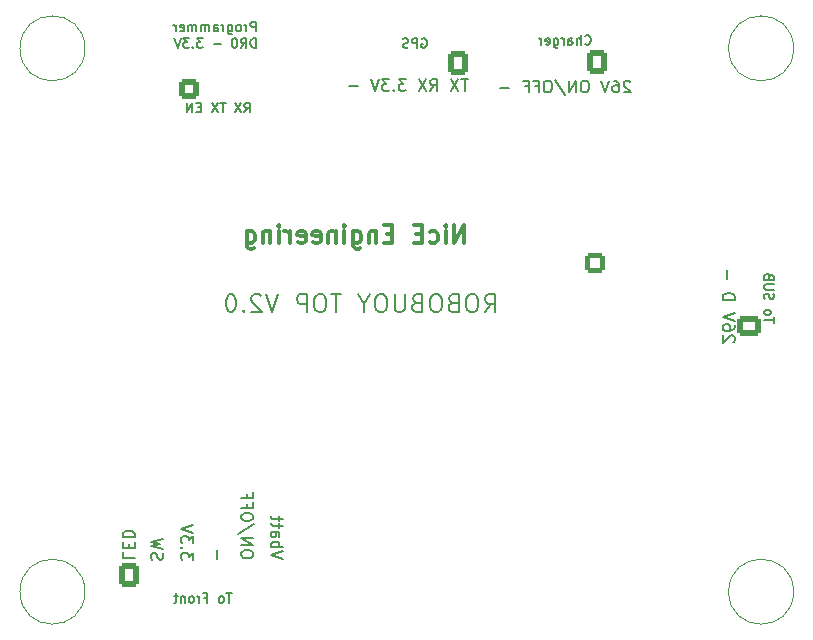
<source format=gbr>
%TF.GenerationSoftware,KiCad,Pcbnew,9.0.0-rc1*%
%TF.CreationDate,2025-03-28T12:21:10+01:00*%
%TF.ProjectId,Robobuoy-Top-Round-v2_0,526f626f-6275-46f7-992d-546f702d526f,rev?*%
%TF.SameCoordinates,Original*%
%TF.FileFunction,Legend,Bot*%
%TF.FilePolarity,Positive*%
%FSLAX46Y46*%
G04 Gerber Fmt 4.6, Leading zero omitted, Abs format (unit mm)*
G04 Created by KiCad (PCBNEW 9.0.0-rc1) date 2025-03-28 12:21:10*
%MOMM*%
%LPD*%
G01*
G04 APERTURE LIST*
G04 Aperture macros list*
%AMRoundRect*
0 Rectangle with rounded corners*
0 $1 Rounding radius*
0 $2 $3 $4 $5 $6 $7 $8 $9 X,Y pos of 4 corners*
0 Add a 4 corners polygon primitive as box body*
4,1,4,$2,$3,$4,$5,$6,$7,$8,$9,$2,$3,0*
0 Add four circle primitives for the rounded corners*
1,1,$1+$1,$2,$3*
1,1,$1+$1,$4,$5*
1,1,$1+$1,$6,$7*
1,1,$1+$1,$8,$9*
0 Add four rect primitives between the rounded corners*
20,1,$1+$1,$2,$3,$4,$5,0*
20,1,$1+$1,$4,$5,$6,$7,0*
20,1,$1+$1,$6,$7,$8,$9,0*
20,1,$1+$1,$8,$9,$2,$3,0*%
G04 Aperture macros list end*
%ADD10C,0.200000*%
%ADD11C,0.300000*%
%ADD12C,0.150000*%
%ADD13C,0.100000*%
%ADD14C,3.200000*%
%ADD15RoundRect,0.250000X0.600000X-0.600000X0.600000X0.600000X-0.600000X0.600000X-0.600000X-0.600000X0*%
%ADD16C,1.700000*%
%ADD17C,3.000000*%
%ADD18R,1.700000X1.700000*%
%ADD19O,1.700000X1.700000*%
%ADD20R,1.650000X1.650000*%
%ADD21RoundRect,0.250000X-0.600000X-0.725000X0.600000X-0.725000X0.600000X0.725000X-0.600000X0.725000X0*%
%ADD22O,1.700000X1.950000*%
%ADD23RoundRect,0.250000X0.725000X-0.600000X0.725000X0.600000X-0.725000X0.600000X-0.725000X-0.600000X0*%
%ADD24O,1.950000X1.700000*%
%ADD25RoundRect,0.250000X0.600000X0.725000X-0.600000X0.725000X-0.600000X-0.725000X0.600000X-0.725000X0*%
%ADD26RoundRect,0.206250X0.618750X-0.618750X0.618750X0.618750X-0.618750X0.618750X-0.618750X-0.618750X0*%
G04 APERTURE END LIST*
D10*
X11608136Y-1330028D02*
X12108136Y-615742D01*
X12465279Y-1330028D02*
X12465279Y169972D01*
X12465279Y169972D02*
X11893850Y169972D01*
X11893850Y169972D02*
X11750993Y98543D01*
X11750993Y98543D02*
X11679564Y27115D01*
X11679564Y27115D02*
X11608136Y-115742D01*
X11608136Y-115742D02*
X11608136Y-330028D01*
X11608136Y-330028D02*
X11679564Y-472885D01*
X11679564Y-472885D02*
X11750993Y-544314D01*
X11750993Y-544314D02*
X11893850Y-615742D01*
X11893850Y-615742D02*
X12465279Y-615742D01*
X10679564Y169972D02*
X10393850Y169972D01*
X10393850Y169972D02*
X10250993Y98543D01*
X10250993Y98543D02*
X10108136Y-44314D01*
X10108136Y-44314D02*
X10036707Y-330028D01*
X10036707Y-330028D02*
X10036707Y-830028D01*
X10036707Y-830028D02*
X10108136Y-1115742D01*
X10108136Y-1115742D02*
X10250993Y-1258600D01*
X10250993Y-1258600D02*
X10393850Y-1330028D01*
X10393850Y-1330028D02*
X10679564Y-1330028D01*
X10679564Y-1330028D02*
X10822422Y-1258600D01*
X10822422Y-1258600D02*
X10965279Y-1115742D01*
X10965279Y-1115742D02*
X11036707Y-830028D01*
X11036707Y-830028D02*
X11036707Y-330028D01*
X11036707Y-330028D02*
X10965279Y-44314D01*
X10965279Y-44314D02*
X10822422Y98543D01*
X10822422Y98543D02*
X10679564Y169972D01*
X8893850Y-544314D02*
X8679564Y-615742D01*
X8679564Y-615742D02*
X8608135Y-687171D01*
X8608135Y-687171D02*
X8536707Y-830028D01*
X8536707Y-830028D02*
X8536707Y-1044314D01*
X8536707Y-1044314D02*
X8608135Y-1187171D01*
X8608135Y-1187171D02*
X8679564Y-1258600D01*
X8679564Y-1258600D02*
X8822421Y-1330028D01*
X8822421Y-1330028D02*
X9393850Y-1330028D01*
X9393850Y-1330028D02*
X9393850Y169972D01*
X9393850Y169972D02*
X8893850Y169972D01*
X8893850Y169972D02*
X8750993Y98543D01*
X8750993Y98543D02*
X8679564Y27115D01*
X8679564Y27115D02*
X8608135Y-115742D01*
X8608135Y-115742D02*
X8608135Y-258600D01*
X8608135Y-258600D02*
X8679564Y-401457D01*
X8679564Y-401457D02*
X8750993Y-472885D01*
X8750993Y-472885D02*
X8893850Y-544314D01*
X8893850Y-544314D02*
X9393850Y-544314D01*
X7608135Y169972D02*
X7322421Y169972D01*
X7322421Y169972D02*
X7179564Y98543D01*
X7179564Y98543D02*
X7036707Y-44314D01*
X7036707Y-44314D02*
X6965278Y-330028D01*
X6965278Y-330028D02*
X6965278Y-830028D01*
X6965278Y-830028D02*
X7036707Y-1115742D01*
X7036707Y-1115742D02*
X7179564Y-1258600D01*
X7179564Y-1258600D02*
X7322421Y-1330028D01*
X7322421Y-1330028D02*
X7608135Y-1330028D01*
X7608135Y-1330028D02*
X7750993Y-1258600D01*
X7750993Y-1258600D02*
X7893850Y-1115742D01*
X7893850Y-1115742D02*
X7965278Y-830028D01*
X7965278Y-830028D02*
X7965278Y-330028D01*
X7965278Y-330028D02*
X7893850Y-44314D01*
X7893850Y-44314D02*
X7750993Y98543D01*
X7750993Y98543D02*
X7608135Y169972D01*
X5822421Y-544314D02*
X5608135Y-615742D01*
X5608135Y-615742D02*
X5536706Y-687171D01*
X5536706Y-687171D02*
X5465278Y-830028D01*
X5465278Y-830028D02*
X5465278Y-1044314D01*
X5465278Y-1044314D02*
X5536706Y-1187171D01*
X5536706Y-1187171D02*
X5608135Y-1258600D01*
X5608135Y-1258600D02*
X5750992Y-1330028D01*
X5750992Y-1330028D02*
X6322421Y-1330028D01*
X6322421Y-1330028D02*
X6322421Y169972D01*
X6322421Y169972D02*
X5822421Y169972D01*
X5822421Y169972D02*
X5679564Y98543D01*
X5679564Y98543D02*
X5608135Y27115D01*
X5608135Y27115D02*
X5536706Y-115742D01*
X5536706Y-115742D02*
X5536706Y-258600D01*
X5536706Y-258600D02*
X5608135Y-401457D01*
X5608135Y-401457D02*
X5679564Y-472885D01*
X5679564Y-472885D02*
X5822421Y-544314D01*
X5822421Y-544314D02*
X6322421Y-544314D01*
X4822421Y169972D02*
X4822421Y-1044314D01*
X4822421Y-1044314D02*
X4750992Y-1187171D01*
X4750992Y-1187171D02*
X4679564Y-1258600D01*
X4679564Y-1258600D02*
X4536706Y-1330028D01*
X4536706Y-1330028D02*
X4250992Y-1330028D01*
X4250992Y-1330028D02*
X4108135Y-1258600D01*
X4108135Y-1258600D02*
X4036706Y-1187171D01*
X4036706Y-1187171D02*
X3965278Y-1044314D01*
X3965278Y-1044314D02*
X3965278Y169972D01*
X2965277Y169972D02*
X2679563Y169972D01*
X2679563Y169972D02*
X2536706Y98543D01*
X2536706Y98543D02*
X2393849Y-44314D01*
X2393849Y-44314D02*
X2322420Y-330028D01*
X2322420Y-330028D02*
X2322420Y-830028D01*
X2322420Y-830028D02*
X2393849Y-1115742D01*
X2393849Y-1115742D02*
X2536706Y-1258600D01*
X2536706Y-1258600D02*
X2679563Y-1330028D01*
X2679563Y-1330028D02*
X2965277Y-1330028D01*
X2965277Y-1330028D02*
X3108135Y-1258600D01*
X3108135Y-1258600D02*
X3250992Y-1115742D01*
X3250992Y-1115742D02*
X3322420Y-830028D01*
X3322420Y-830028D02*
X3322420Y-330028D01*
X3322420Y-330028D02*
X3250992Y-44314D01*
X3250992Y-44314D02*
X3108135Y98543D01*
X3108135Y98543D02*
X2965277Y169972D01*
X1393848Y-615742D02*
X1393848Y-1330028D01*
X1893848Y169972D02*
X1393848Y-615742D01*
X1393848Y-615742D02*
X893848Y169972D01*
X-534723Y169972D02*
X-1391865Y169972D01*
X-963294Y-1330028D02*
X-963294Y169972D01*
X-2177580Y169972D02*
X-2463294Y169972D01*
X-2463294Y169972D02*
X-2606151Y98543D01*
X-2606151Y98543D02*
X-2749008Y-44314D01*
X-2749008Y-44314D02*
X-2820437Y-330028D01*
X-2820437Y-330028D02*
X-2820437Y-830028D01*
X-2820437Y-830028D02*
X-2749008Y-1115742D01*
X-2749008Y-1115742D02*
X-2606151Y-1258600D01*
X-2606151Y-1258600D02*
X-2463294Y-1330028D01*
X-2463294Y-1330028D02*
X-2177580Y-1330028D01*
X-2177580Y-1330028D02*
X-2034722Y-1258600D01*
X-2034722Y-1258600D02*
X-1891865Y-1115742D01*
X-1891865Y-1115742D02*
X-1820437Y-830028D01*
X-1820437Y-830028D02*
X-1820437Y-330028D01*
X-1820437Y-330028D02*
X-1891865Y-44314D01*
X-1891865Y-44314D02*
X-2034722Y98543D01*
X-2034722Y98543D02*
X-2177580Y169972D01*
X-3463294Y-1330028D02*
X-3463294Y169972D01*
X-3463294Y169972D02*
X-4034723Y169972D01*
X-4034723Y169972D02*
X-4177580Y98543D01*
X-4177580Y98543D02*
X-4249009Y27115D01*
X-4249009Y27115D02*
X-4320437Y-115742D01*
X-4320437Y-115742D02*
X-4320437Y-330028D01*
X-4320437Y-330028D02*
X-4249009Y-472885D01*
X-4249009Y-472885D02*
X-4177580Y-544314D01*
X-4177580Y-544314D02*
X-4034723Y-615742D01*
X-4034723Y-615742D02*
X-3463294Y-615742D01*
X-5891866Y169972D02*
X-6391866Y-1330028D01*
X-6391866Y-1330028D02*
X-6891866Y169972D01*
X-7320437Y27115D02*
X-7391865Y98543D01*
X-7391865Y98543D02*
X-7534722Y169972D01*
X-7534722Y169972D02*
X-7891865Y169972D01*
X-7891865Y169972D02*
X-8034722Y98543D01*
X-8034722Y98543D02*
X-8106151Y27115D01*
X-8106151Y27115D02*
X-8177580Y-115742D01*
X-8177580Y-115742D02*
X-8177580Y-258600D01*
X-8177580Y-258600D02*
X-8106151Y-472885D01*
X-8106151Y-472885D02*
X-7249008Y-1330028D01*
X-7249008Y-1330028D02*
X-8177580Y-1330028D01*
X-8820436Y-1187171D02*
X-8891865Y-1258600D01*
X-8891865Y-1258600D02*
X-8820436Y-1330028D01*
X-8820436Y-1330028D02*
X-8749008Y-1258600D01*
X-8749008Y-1258600D02*
X-8820436Y-1187171D01*
X-8820436Y-1187171D02*
X-8820436Y-1330028D01*
X-9820437Y169972D02*
X-9963294Y169972D01*
X-9963294Y169972D02*
X-10106151Y98543D01*
X-10106151Y98543D02*
X-10177579Y27115D01*
X-10177579Y27115D02*
X-10249008Y-115742D01*
X-10249008Y-115742D02*
X-10320437Y-401457D01*
X-10320437Y-401457D02*
X-10320437Y-758600D01*
X-10320437Y-758600D02*
X-10249008Y-1044314D01*
X-10249008Y-1044314D02*
X-10177579Y-1187171D01*
X-10177579Y-1187171D02*
X-10106151Y-1258600D01*
X-10106151Y-1258600D02*
X-9963294Y-1330028D01*
X-9963294Y-1330028D02*
X-9820437Y-1330028D01*
X-9820437Y-1330028D02*
X-9677579Y-1258600D01*
X-9677579Y-1258600D02*
X-9606151Y-1187171D01*
X-9606151Y-1187171D02*
X-9534722Y-1044314D01*
X-9534722Y-1044314D02*
X-9463294Y-758600D01*
X-9463294Y-758600D02*
X-9463294Y-401457D01*
X-9463294Y-401457D02*
X-9534722Y-115742D01*
X-9534722Y-115742D02*
X-9606151Y27115D01*
X-9606151Y27115D02*
X-9677579Y98543D01*
X-9677579Y98543D02*
X-9820437Y169972D01*
D11*
X9859489Y4517172D02*
X9859489Y6017172D01*
X9859489Y6017172D02*
X9002346Y4517172D01*
X9002346Y4517172D02*
X9002346Y6017172D01*
X8288060Y4517172D02*
X8288060Y5517172D01*
X8288060Y6017172D02*
X8359488Y5945743D01*
X8359488Y5945743D02*
X8288060Y5874315D01*
X8288060Y5874315D02*
X8216631Y5945743D01*
X8216631Y5945743D02*
X8288060Y6017172D01*
X8288060Y6017172D02*
X8288060Y5874315D01*
X6930917Y4588600D02*
X7073774Y4517172D01*
X7073774Y4517172D02*
X7359488Y4517172D01*
X7359488Y4517172D02*
X7502345Y4588600D01*
X7502345Y4588600D02*
X7573774Y4660029D01*
X7573774Y4660029D02*
X7645202Y4802886D01*
X7645202Y4802886D02*
X7645202Y5231458D01*
X7645202Y5231458D02*
X7573774Y5374315D01*
X7573774Y5374315D02*
X7502345Y5445743D01*
X7502345Y5445743D02*
X7359488Y5517172D01*
X7359488Y5517172D02*
X7073774Y5517172D01*
X7073774Y5517172D02*
X6930917Y5445743D01*
X6288060Y5302886D02*
X5788060Y5302886D01*
X5573774Y4517172D02*
X6288060Y4517172D01*
X6288060Y4517172D02*
X6288060Y6017172D01*
X6288060Y6017172D02*
X5573774Y6017172D01*
X3788060Y5302886D02*
X3288060Y5302886D01*
X3073774Y4517172D02*
X3788060Y4517172D01*
X3788060Y4517172D02*
X3788060Y6017172D01*
X3788060Y6017172D02*
X3073774Y6017172D01*
X2430917Y5517172D02*
X2430917Y4517172D01*
X2430917Y5374315D02*
X2359488Y5445743D01*
X2359488Y5445743D02*
X2216631Y5517172D01*
X2216631Y5517172D02*
X2002345Y5517172D01*
X2002345Y5517172D02*
X1859488Y5445743D01*
X1859488Y5445743D02*
X1788060Y5302886D01*
X1788060Y5302886D02*
X1788060Y4517172D01*
X430917Y5517172D02*
X430917Y4302886D01*
X430917Y4302886D02*
X502345Y4160029D01*
X502345Y4160029D02*
X573774Y4088600D01*
X573774Y4088600D02*
X716631Y4017172D01*
X716631Y4017172D02*
X930917Y4017172D01*
X930917Y4017172D02*
X1073774Y4088600D01*
X430917Y4588600D02*
X573774Y4517172D01*
X573774Y4517172D02*
X859488Y4517172D01*
X859488Y4517172D02*
X1002345Y4588600D01*
X1002345Y4588600D02*
X1073774Y4660029D01*
X1073774Y4660029D02*
X1145202Y4802886D01*
X1145202Y4802886D02*
X1145202Y5231458D01*
X1145202Y5231458D02*
X1073774Y5374315D01*
X1073774Y5374315D02*
X1002345Y5445743D01*
X1002345Y5445743D02*
X859488Y5517172D01*
X859488Y5517172D02*
X573774Y5517172D01*
X573774Y5517172D02*
X430917Y5445743D01*
X-283369Y4517172D02*
X-283369Y5517172D01*
X-283369Y6017172D02*
X-211941Y5945743D01*
X-211941Y5945743D02*
X-283369Y5874315D01*
X-283369Y5874315D02*
X-354798Y5945743D01*
X-354798Y5945743D02*
X-283369Y6017172D01*
X-283369Y6017172D02*
X-283369Y5874315D01*
X-997655Y5517172D02*
X-997655Y4517172D01*
X-997655Y5374315D02*
X-1069084Y5445743D01*
X-1069084Y5445743D02*
X-1211941Y5517172D01*
X-1211941Y5517172D02*
X-1426227Y5517172D01*
X-1426227Y5517172D02*
X-1569084Y5445743D01*
X-1569084Y5445743D02*
X-1640512Y5302886D01*
X-1640512Y5302886D02*
X-1640512Y4517172D01*
X-2926227Y4588600D02*
X-2783370Y4517172D01*
X-2783370Y4517172D02*
X-2497655Y4517172D01*
X-2497655Y4517172D02*
X-2354798Y4588600D01*
X-2354798Y4588600D02*
X-2283370Y4731458D01*
X-2283370Y4731458D02*
X-2283370Y5302886D01*
X-2283370Y5302886D02*
X-2354798Y5445743D01*
X-2354798Y5445743D02*
X-2497655Y5517172D01*
X-2497655Y5517172D02*
X-2783370Y5517172D01*
X-2783370Y5517172D02*
X-2926227Y5445743D01*
X-2926227Y5445743D02*
X-2997655Y5302886D01*
X-2997655Y5302886D02*
X-2997655Y5160029D01*
X-2997655Y5160029D02*
X-2283370Y5017172D01*
X-4211941Y4588600D02*
X-4069084Y4517172D01*
X-4069084Y4517172D02*
X-3783369Y4517172D01*
X-3783369Y4517172D02*
X-3640512Y4588600D01*
X-3640512Y4588600D02*
X-3569084Y4731458D01*
X-3569084Y4731458D02*
X-3569084Y5302886D01*
X-3569084Y5302886D02*
X-3640512Y5445743D01*
X-3640512Y5445743D02*
X-3783369Y5517172D01*
X-3783369Y5517172D02*
X-4069084Y5517172D01*
X-4069084Y5517172D02*
X-4211941Y5445743D01*
X-4211941Y5445743D02*
X-4283369Y5302886D01*
X-4283369Y5302886D02*
X-4283369Y5160029D01*
X-4283369Y5160029D02*
X-3569084Y5017172D01*
X-4926226Y4517172D02*
X-4926226Y5517172D01*
X-4926226Y5231458D02*
X-4997655Y5374315D01*
X-4997655Y5374315D02*
X-5069083Y5445743D01*
X-5069083Y5445743D02*
X-5211941Y5517172D01*
X-5211941Y5517172D02*
X-5354798Y5517172D01*
X-5854797Y4517172D02*
X-5854797Y5517172D01*
X-5854797Y6017172D02*
X-5783369Y5945743D01*
X-5783369Y5945743D02*
X-5854797Y5874315D01*
X-5854797Y5874315D02*
X-5926226Y5945743D01*
X-5926226Y5945743D02*
X-5854797Y6017172D01*
X-5854797Y6017172D02*
X-5854797Y5874315D01*
X-6569083Y5517172D02*
X-6569083Y4517172D01*
X-6569083Y5374315D02*
X-6640512Y5445743D01*
X-6640512Y5445743D02*
X-6783369Y5517172D01*
X-6783369Y5517172D02*
X-6997655Y5517172D01*
X-6997655Y5517172D02*
X-7140512Y5445743D01*
X-7140512Y5445743D02*
X-7211940Y5302886D01*
X-7211940Y5302886D02*
X-7211940Y4517172D01*
X-8569083Y5517172D02*
X-8569083Y4302886D01*
X-8569083Y4302886D02*
X-8497655Y4160029D01*
X-8497655Y4160029D02*
X-8426226Y4088600D01*
X-8426226Y4088600D02*
X-8283369Y4017172D01*
X-8283369Y4017172D02*
X-8069083Y4017172D01*
X-8069083Y4017172D02*
X-7926226Y4088600D01*
X-8569083Y4588600D02*
X-8426226Y4517172D01*
X-8426226Y4517172D02*
X-8140512Y4517172D01*
X-8140512Y4517172D02*
X-7997655Y4588600D01*
X-7997655Y4588600D02*
X-7926226Y4660029D01*
X-7926226Y4660029D02*
X-7854798Y4802886D01*
X-7854798Y4802886D02*
X-7854798Y5231458D01*
X-7854798Y5231458D02*
X-7926226Y5374315D01*
X-7926226Y5374315D02*
X-7997655Y5445743D01*
X-7997655Y5445743D02*
X-8140512Y5517172D01*
X-8140512Y5517172D02*
X-8426226Y5517172D01*
X-8426226Y5517172D02*
X-8569083Y5445743D01*
D12*
X-8747304Y15599705D02*
X-8480637Y15980658D01*
X-8290161Y15599705D02*
X-8290161Y16399705D01*
X-8290161Y16399705D02*
X-8594923Y16399705D01*
X-8594923Y16399705D02*
X-8671113Y16361610D01*
X-8671113Y16361610D02*
X-8709208Y16323515D01*
X-8709208Y16323515D02*
X-8747304Y16247324D01*
X-8747304Y16247324D02*
X-8747304Y16133039D01*
X-8747304Y16133039D02*
X-8709208Y16056848D01*
X-8709208Y16056848D02*
X-8671113Y16018753D01*
X-8671113Y16018753D02*
X-8594923Y15980658D01*
X-8594923Y15980658D02*
X-8290161Y15980658D01*
X-9013970Y16399705D02*
X-9547304Y15599705D01*
X-9547304Y16399705D02*
X-9013970Y15599705D01*
X-10347304Y16399705D02*
X-10804447Y16399705D01*
X-10575875Y15599705D02*
X-10575875Y16399705D01*
X-10994923Y16399705D02*
X-11528257Y15599705D01*
X-11528257Y16399705D02*
X-10994923Y15599705D01*
X-12442543Y16018753D02*
X-12709209Y16018753D01*
X-12823495Y15599705D02*
X-12442543Y15599705D01*
X-12442543Y15599705D02*
X-12442543Y16399705D01*
X-12442543Y16399705D02*
X-12823495Y16399705D01*
X-13166353Y15599705D02*
X-13166353Y16399705D01*
X-13166353Y16399705D02*
X-13623496Y15599705D01*
X-13623496Y15599705D02*
X-13623496Y16399705D01*
X-7782161Y21060705D02*
X-7782161Y21860705D01*
X-7782161Y21860705D02*
X-7972637Y21860705D01*
X-7972637Y21860705D02*
X-8086923Y21822610D01*
X-8086923Y21822610D02*
X-8163113Y21746420D01*
X-8163113Y21746420D02*
X-8201208Y21670229D01*
X-8201208Y21670229D02*
X-8239304Y21517848D01*
X-8239304Y21517848D02*
X-8239304Y21403562D01*
X-8239304Y21403562D02*
X-8201208Y21251181D01*
X-8201208Y21251181D02*
X-8163113Y21174991D01*
X-8163113Y21174991D02*
X-8086923Y21098800D01*
X-8086923Y21098800D02*
X-7972637Y21060705D01*
X-7972637Y21060705D02*
X-7782161Y21060705D01*
X-9039304Y21060705D02*
X-8772637Y21441658D01*
X-8582161Y21060705D02*
X-8582161Y21860705D01*
X-8582161Y21860705D02*
X-8886923Y21860705D01*
X-8886923Y21860705D02*
X-8963113Y21822610D01*
X-8963113Y21822610D02*
X-9001208Y21784515D01*
X-9001208Y21784515D02*
X-9039304Y21708324D01*
X-9039304Y21708324D02*
X-9039304Y21594039D01*
X-9039304Y21594039D02*
X-9001208Y21517848D01*
X-9001208Y21517848D02*
X-8963113Y21479753D01*
X-8963113Y21479753D02*
X-8886923Y21441658D01*
X-8886923Y21441658D02*
X-8582161Y21441658D01*
X-9534542Y21860705D02*
X-9610732Y21860705D01*
X-9610732Y21860705D02*
X-9686923Y21822610D01*
X-9686923Y21822610D02*
X-9725018Y21784515D01*
X-9725018Y21784515D02*
X-9763113Y21708324D01*
X-9763113Y21708324D02*
X-9801208Y21555943D01*
X-9801208Y21555943D02*
X-9801208Y21365467D01*
X-9801208Y21365467D02*
X-9763113Y21213086D01*
X-9763113Y21213086D02*
X-9725018Y21136896D01*
X-9725018Y21136896D02*
X-9686923Y21098800D01*
X-9686923Y21098800D02*
X-9610732Y21060705D01*
X-9610732Y21060705D02*
X-9534542Y21060705D01*
X-9534542Y21060705D02*
X-9458351Y21098800D01*
X-9458351Y21098800D02*
X-9420256Y21136896D01*
X-9420256Y21136896D02*
X-9382161Y21213086D01*
X-9382161Y21213086D02*
X-9344065Y21365467D01*
X-9344065Y21365467D02*
X-9344065Y21555943D01*
X-9344065Y21555943D02*
X-9382161Y21708324D01*
X-9382161Y21708324D02*
X-9420256Y21784515D01*
X-9420256Y21784515D02*
X-9458351Y21822610D01*
X-9458351Y21822610D02*
X-9534542Y21860705D01*
X-10753590Y21365467D02*
X-11363113Y21365467D01*
X-12277399Y21860705D02*
X-12772637Y21860705D01*
X-12772637Y21860705D02*
X-12505971Y21555943D01*
X-12505971Y21555943D02*
X-12620256Y21555943D01*
X-12620256Y21555943D02*
X-12696447Y21517848D01*
X-12696447Y21517848D02*
X-12734542Y21479753D01*
X-12734542Y21479753D02*
X-12772637Y21403562D01*
X-12772637Y21403562D02*
X-12772637Y21213086D01*
X-12772637Y21213086D02*
X-12734542Y21136896D01*
X-12734542Y21136896D02*
X-12696447Y21098800D01*
X-12696447Y21098800D02*
X-12620256Y21060705D01*
X-12620256Y21060705D02*
X-12391685Y21060705D01*
X-12391685Y21060705D02*
X-12315494Y21098800D01*
X-12315494Y21098800D02*
X-12277399Y21136896D01*
X-13115495Y21136896D02*
X-13153590Y21098800D01*
X-13153590Y21098800D02*
X-13115495Y21060705D01*
X-13115495Y21060705D02*
X-13077399Y21098800D01*
X-13077399Y21098800D02*
X-13115495Y21136896D01*
X-13115495Y21136896D02*
X-13115495Y21060705D01*
X-13420256Y21860705D02*
X-13915494Y21860705D01*
X-13915494Y21860705D02*
X-13648828Y21555943D01*
X-13648828Y21555943D02*
X-13763113Y21555943D01*
X-13763113Y21555943D02*
X-13839304Y21517848D01*
X-13839304Y21517848D02*
X-13877399Y21479753D01*
X-13877399Y21479753D02*
X-13915494Y21403562D01*
X-13915494Y21403562D02*
X-13915494Y21213086D01*
X-13915494Y21213086D02*
X-13877399Y21136896D01*
X-13877399Y21136896D02*
X-13839304Y21098800D01*
X-13839304Y21098800D02*
X-13763113Y21060705D01*
X-13763113Y21060705D02*
X-13534542Y21060705D01*
X-13534542Y21060705D02*
X-13458351Y21098800D01*
X-13458351Y21098800D02*
X-13420256Y21136896D01*
X-14144066Y21860705D02*
X-14410733Y21060705D01*
X-14410733Y21060705D02*
X-14677399Y21860705D01*
X-9826875Y-25129295D02*
X-10284018Y-25129295D01*
X-10055446Y-25929295D02*
X-10055446Y-25129295D01*
X-10664970Y-25929295D02*
X-10588780Y-25891200D01*
X-10588780Y-25891200D02*
X-10550685Y-25853104D01*
X-10550685Y-25853104D02*
X-10512589Y-25776914D01*
X-10512589Y-25776914D02*
X-10512589Y-25548342D01*
X-10512589Y-25548342D02*
X-10550685Y-25472152D01*
X-10550685Y-25472152D02*
X-10588780Y-25434057D01*
X-10588780Y-25434057D02*
X-10664970Y-25395961D01*
X-10664970Y-25395961D02*
X-10779256Y-25395961D01*
X-10779256Y-25395961D02*
X-10855447Y-25434057D01*
X-10855447Y-25434057D02*
X-10893542Y-25472152D01*
X-10893542Y-25472152D02*
X-10931637Y-25548342D01*
X-10931637Y-25548342D02*
X-10931637Y-25776914D01*
X-10931637Y-25776914D02*
X-10893542Y-25853104D01*
X-10893542Y-25853104D02*
X-10855447Y-25891200D01*
X-10855447Y-25891200D02*
X-10779256Y-25929295D01*
X-10779256Y-25929295D02*
X-10664970Y-25929295D01*
X-12150685Y-25510247D02*
X-11884019Y-25510247D01*
X-11884019Y-25929295D02*
X-11884019Y-25129295D01*
X-11884019Y-25129295D02*
X-12264971Y-25129295D01*
X-12569733Y-25929295D02*
X-12569733Y-25395961D01*
X-12569733Y-25548342D02*
X-12607828Y-25472152D01*
X-12607828Y-25472152D02*
X-12645923Y-25434057D01*
X-12645923Y-25434057D02*
X-12722114Y-25395961D01*
X-12722114Y-25395961D02*
X-12798304Y-25395961D01*
X-13179256Y-25929295D02*
X-13103066Y-25891200D01*
X-13103066Y-25891200D02*
X-13064971Y-25853104D01*
X-13064971Y-25853104D02*
X-13026875Y-25776914D01*
X-13026875Y-25776914D02*
X-13026875Y-25548342D01*
X-13026875Y-25548342D02*
X-13064971Y-25472152D01*
X-13064971Y-25472152D02*
X-13103066Y-25434057D01*
X-13103066Y-25434057D02*
X-13179256Y-25395961D01*
X-13179256Y-25395961D02*
X-13293542Y-25395961D01*
X-13293542Y-25395961D02*
X-13369733Y-25434057D01*
X-13369733Y-25434057D02*
X-13407828Y-25472152D01*
X-13407828Y-25472152D02*
X-13445923Y-25548342D01*
X-13445923Y-25548342D02*
X-13445923Y-25776914D01*
X-13445923Y-25776914D02*
X-13407828Y-25853104D01*
X-13407828Y-25853104D02*
X-13369733Y-25891200D01*
X-13369733Y-25891200D02*
X-13293542Y-25929295D01*
X-13293542Y-25929295D02*
X-13179256Y-25929295D01*
X-13788781Y-25395961D02*
X-13788781Y-25929295D01*
X-13788781Y-25472152D02*
X-13826876Y-25434057D01*
X-13826876Y-25434057D02*
X-13903066Y-25395961D01*
X-13903066Y-25395961D02*
X-14017352Y-25395961D01*
X-14017352Y-25395961D02*
X-14093543Y-25434057D01*
X-14093543Y-25434057D02*
X-14131638Y-25510247D01*
X-14131638Y-25510247D02*
X-14131638Y-25929295D01*
X-14398305Y-25395961D02*
X-14703067Y-25395961D01*
X-14512591Y-25129295D02*
X-14512591Y-25815009D01*
X-14512591Y-25815009D02*
X-14550686Y-25891200D01*
X-14550686Y-25891200D02*
X-14626876Y-25929295D01*
X-14626876Y-25929295D02*
X-14703067Y-25929295D01*
X-7782161Y22457705D02*
X-7782161Y23257705D01*
X-7782161Y23257705D02*
X-8086923Y23257705D01*
X-8086923Y23257705D02*
X-8163113Y23219610D01*
X-8163113Y23219610D02*
X-8201208Y23181515D01*
X-8201208Y23181515D02*
X-8239304Y23105324D01*
X-8239304Y23105324D02*
X-8239304Y22991039D01*
X-8239304Y22991039D02*
X-8201208Y22914848D01*
X-8201208Y22914848D02*
X-8163113Y22876753D01*
X-8163113Y22876753D02*
X-8086923Y22838658D01*
X-8086923Y22838658D02*
X-7782161Y22838658D01*
X-8582161Y22457705D02*
X-8582161Y22991039D01*
X-8582161Y22838658D02*
X-8620256Y22914848D01*
X-8620256Y22914848D02*
X-8658351Y22952943D01*
X-8658351Y22952943D02*
X-8734542Y22991039D01*
X-8734542Y22991039D02*
X-8810732Y22991039D01*
X-9191684Y22457705D02*
X-9115494Y22495800D01*
X-9115494Y22495800D02*
X-9077399Y22533896D01*
X-9077399Y22533896D02*
X-9039303Y22610086D01*
X-9039303Y22610086D02*
X-9039303Y22838658D01*
X-9039303Y22838658D02*
X-9077399Y22914848D01*
X-9077399Y22914848D02*
X-9115494Y22952943D01*
X-9115494Y22952943D02*
X-9191684Y22991039D01*
X-9191684Y22991039D02*
X-9305970Y22991039D01*
X-9305970Y22991039D02*
X-9382161Y22952943D01*
X-9382161Y22952943D02*
X-9420256Y22914848D01*
X-9420256Y22914848D02*
X-9458351Y22838658D01*
X-9458351Y22838658D02*
X-9458351Y22610086D01*
X-9458351Y22610086D02*
X-9420256Y22533896D01*
X-9420256Y22533896D02*
X-9382161Y22495800D01*
X-9382161Y22495800D02*
X-9305970Y22457705D01*
X-9305970Y22457705D02*
X-9191684Y22457705D01*
X-10144066Y22991039D02*
X-10144066Y22343420D01*
X-10144066Y22343420D02*
X-10105971Y22267229D01*
X-10105971Y22267229D02*
X-10067875Y22229134D01*
X-10067875Y22229134D02*
X-9991685Y22191039D01*
X-9991685Y22191039D02*
X-9877399Y22191039D01*
X-9877399Y22191039D02*
X-9801209Y22229134D01*
X-10144066Y22495800D02*
X-10067875Y22457705D01*
X-10067875Y22457705D02*
X-9915494Y22457705D01*
X-9915494Y22457705D02*
X-9839304Y22495800D01*
X-9839304Y22495800D02*
X-9801209Y22533896D01*
X-9801209Y22533896D02*
X-9763113Y22610086D01*
X-9763113Y22610086D02*
X-9763113Y22838658D01*
X-9763113Y22838658D02*
X-9801209Y22914848D01*
X-9801209Y22914848D02*
X-9839304Y22952943D01*
X-9839304Y22952943D02*
X-9915494Y22991039D01*
X-9915494Y22991039D02*
X-10067875Y22991039D01*
X-10067875Y22991039D02*
X-10144066Y22952943D01*
X-10525019Y22457705D02*
X-10525019Y22991039D01*
X-10525019Y22838658D02*
X-10563114Y22914848D01*
X-10563114Y22914848D02*
X-10601209Y22952943D01*
X-10601209Y22952943D02*
X-10677400Y22991039D01*
X-10677400Y22991039D02*
X-10753590Y22991039D01*
X-11363114Y22457705D02*
X-11363114Y22876753D01*
X-11363114Y22876753D02*
X-11325019Y22952943D01*
X-11325019Y22952943D02*
X-11248828Y22991039D01*
X-11248828Y22991039D02*
X-11096447Y22991039D01*
X-11096447Y22991039D02*
X-11020257Y22952943D01*
X-11363114Y22495800D02*
X-11286923Y22457705D01*
X-11286923Y22457705D02*
X-11096447Y22457705D01*
X-11096447Y22457705D02*
X-11020257Y22495800D01*
X-11020257Y22495800D02*
X-10982161Y22571991D01*
X-10982161Y22571991D02*
X-10982161Y22648181D01*
X-10982161Y22648181D02*
X-11020257Y22724372D01*
X-11020257Y22724372D02*
X-11096447Y22762467D01*
X-11096447Y22762467D02*
X-11286923Y22762467D01*
X-11286923Y22762467D02*
X-11363114Y22800562D01*
X-11744067Y22457705D02*
X-11744067Y22991039D01*
X-11744067Y22914848D02*
X-11782162Y22952943D01*
X-11782162Y22952943D02*
X-11858352Y22991039D01*
X-11858352Y22991039D02*
X-11972638Y22991039D01*
X-11972638Y22991039D02*
X-12048829Y22952943D01*
X-12048829Y22952943D02*
X-12086924Y22876753D01*
X-12086924Y22876753D02*
X-12086924Y22457705D01*
X-12086924Y22876753D02*
X-12125019Y22952943D01*
X-12125019Y22952943D02*
X-12201210Y22991039D01*
X-12201210Y22991039D02*
X-12315495Y22991039D01*
X-12315495Y22991039D02*
X-12391686Y22952943D01*
X-12391686Y22952943D02*
X-12429781Y22876753D01*
X-12429781Y22876753D02*
X-12429781Y22457705D01*
X-12810734Y22457705D02*
X-12810734Y22991039D01*
X-12810734Y22914848D02*
X-12848829Y22952943D01*
X-12848829Y22952943D02*
X-12925019Y22991039D01*
X-12925019Y22991039D02*
X-13039305Y22991039D01*
X-13039305Y22991039D02*
X-13115496Y22952943D01*
X-13115496Y22952943D02*
X-13153591Y22876753D01*
X-13153591Y22876753D02*
X-13153591Y22457705D01*
X-13153591Y22876753D02*
X-13191686Y22952943D01*
X-13191686Y22952943D02*
X-13267877Y22991039D01*
X-13267877Y22991039D02*
X-13382162Y22991039D01*
X-13382162Y22991039D02*
X-13458353Y22952943D01*
X-13458353Y22952943D02*
X-13496448Y22876753D01*
X-13496448Y22876753D02*
X-13496448Y22457705D01*
X-14182163Y22495800D02*
X-14105972Y22457705D01*
X-14105972Y22457705D02*
X-13953591Y22457705D01*
X-13953591Y22457705D02*
X-13877401Y22495800D01*
X-13877401Y22495800D02*
X-13839305Y22571991D01*
X-13839305Y22571991D02*
X-13839305Y22876753D01*
X-13839305Y22876753D02*
X-13877401Y22952943D01*
X-13877401Y22952943D02*
X-13953591Y22991039D01*
X-13953591Y22991039D02*
X-14105972Y22991039D01*
X-14105972Y22991039D02*
X-14182163Y22952943D01*
X-14182163Y22952943D02*
X-14220258Y22876753D01*
X-14220258Y22876753D02*
X-14220258Y22800562D01*
X-14220258Y22800562D02*
X-13839305Y22724372D01*
X-14563115Y22457705D02*
X-14563115Y22991039D01*
X-14563115Y22838658D02*
X-14601210Y22914848D01*
X-14601210Y22914848D02*
X-14639305Y22952943D01*
X-14639305Y22952943D02*
X-14715496Y22991039D01*
X-14715496Y22991039D02*
X-14791686Y22991039D01*
X6276792Y21822610D02*
X6352982Y21860705D01*
X6352982Y21860705D02*
X6467268Y21860705D01*
X6467268Y21860705D02*
X6581554Y21822610D01*
X6581554Y21822610D02*
X6657744Y21746420D01*
X6657744Y21746420D02*
X6695839Y21670229D01*
X6695839Y21670229D02*
X6733935Y21517848D01*
X6733935Y21517848D02*
X6733935Y21403562D01*
X6733935Y21403562D02*
X6695839Y21251181D01*
X6695839Y21251181D02*
X6657744Y21174991D01*
X6657744Y21174991D02*
X6581554Y21098800D01*
X6581554Y21098800D02*
X6467268Y21060705D01*
X6467268Y21060705D02*
X6391077Y21060705D01*
X6391077Y21060705D02*
X6276792Y21098800D01*
X6276792Y21098800D02*
X6238696Y21136896D01*
X6238696Y21136896D02*
X6238696Y21403562D01*
X6238696Y21403562D02*
X6391077Y21403562D01*
X5895839Y21060705D02*
X5895839Y21860705D01*
X5895839Y21860705D02*
X5591077Y21860705D01*
X5591077Y21860705D02*
X5514887Y21822610D01*
X5514887Y21822610D02*
X5476792Y21784515D01*
X5476792Y21784515D02*
X5438696Y21708324D01*
X5438696Y21708324D02*
X5438696Y21594039D01*
X5438696Y21594039D02*
X5476792Y21517848D01*
X5476792Y21517848D02*
X5514887Y21479753D01*
X5514887Y21479753D02*
X5591077Y21441658D01*
X5591077Y21441658D02*
X5895839Y21441658D01*
X5133935Y21098800D02*
X5019649Y21060705D01*
X5019649Y21060705D02*
X4829173Y21060705D01*
X4829173Y21060705D02*
X4752982Y21098800D01*
X4752982Y21098800D02*
X4714887Y21136896D01*
X4714887Y21136896D02*
X4676792Y21213086D01*
X4676792Y21213086D02*
X4676792Y21289277D01*
X4676792Y21289277D02*
X4714887Y21365467D01*
X4714887Y21365467D02*
X4752982Y21403562D01*
X4752982Y21403562D02*
X4829173Y21441658D01*
X4829173Y21441658D02*
X4981554Y21479753D01*
X4981554Y21479753D02*
X5057744Y21517848D01*
X5057744Y21517848D02*
X5095839Y21555943D01*
X5095839Y21555943D02*
X5133935Y21632134D01*
X5133935Y21632134D02*
X5133935Y21708324D01*
X5133935Y21708324D02*
X5095839Y21784515D01*
X5095839Y21784515D02*
X5057744Y21822610D01*
X5057744Y21822610D02*
X4981554Y21860705D01*
X4981554Y21860705D02*
X4791077Y21860705D01*
X4791077Y21860705D02*
X4676792Y21822610D01*
X36084704Y-2238125D02*
X36084704Y-1780982D01*
X35284704Y-2009554D02*
X36084704Y-2009554D01*
X35284704Y-1400030D02*
X35322800Y-1476220D01*
X35322800Y-1476220D02*
X35360895Y-1514315D01*
X35360895Y-1514315D02*
X35437085Y-1552411D01*
X35437085Y-1552411D02*
X35665657Y-1552411D01*
X35665657Y-1552411D02*
X35741847Y-1514315D01*
X35741847Y-1514315D02*
X35779942Y-1476220D01*
X35779942Y-1476220D02*
X35818038Y-1400030D01*
X35818038Y-1400030D02*
X35818038Y-1285744D01*
X35818038Y-1285744D02*
X35779942Y-1209553D01*
X35779942Y-1209553D02*
X35741847Y-1171458D01*
X35741847Y-1171458D02*
X35665657Y-1133363D01*
X35665657Y-1133363D02*
X35437085Y-1133363D01*
X35437085Y-1133363D02*
X35360895Y-1171458D01*
X35360895Y-1171458D02*
X35322800Y-1209553D01*
X35322800Y-1209553D02*
X35284704Y-1285744D01*
X35284704Y-1285744D02*
X35284704Y-1400030D01*
X35322800Y-219077D02*
X35284704Y-104791D01*
X35284704Y-104791D02*
X35284704Y85685D01*
X35284704Y85685D02*
X35322800Y161876D01*
X35322800Y161876D02*
X35360895Y199971D01*
X35360895Y199971D02*
X35437085Y238066D01*
X35437085Y238066D02*
X35513276Y238066D01*
X35513276Y238066D02*
X35589466Y199971D01*
X35589466Y199971D02*
X35627561Y161876D01*
X35627561Y161876D02*
X35665657Y85685D01*
X35665657Y85685D02*
X35703752Y-66696D01*
X35703752Y-66696D02*
X35741847Y-142886D01*
X35741847Y-142886D02*
X35779942Y-180981D01*
X35779942Y-180981D02*
X35856133Y-219077D01*
X35856133Y-219077D02*
X35932323Y-219077D01*
X35932323Y-219077D02*
X36008514Y-180981D01*
X36008514Y-180981D02*
X36046609Y-142886D01*
X36046609Y-142886D02*
X36084704Y-66696D01*
X36084704Y-66696D02*
X36084704Y123781D01*
X36084704Y123781D02*
X36046609Y238066D01*
X36084704Y580924D02*
X35437085Y580924D01*
X35437085Y580924D02*
X35360895Y619019D01*
X35360895Y619019D02*
X35322800Y657114D01*
X35322800Y657114D02*
X35284704Y733305D01*
X35284704Y733305D02*
X35284704Y885686D01*
X35284704Y885686D02*
X35322800Y961876D01*
X35322800Y961876D02*
X35360895Y999971D01*
X35360895Y999971D02*
X35437085Y1038067D01*
X35437085Y1038067D02*
X36084704Y1038067D01*
X35703752Y1685685D02*
X35665657Y1799971D01*
X35665657Y1799971D02*
X35627561Y1838066D01*
X35627561Y1838066D02*
X35551371Y1876162D01*
X35551371Y1876162D02*
X35437085Y1876162D01*
X35437085Y1876162D02*
X35360895Y1838066D01*
X35360895Y1838066D02*
X35322800Y1799971D01*
X35322800Y1799971D02*
X35284704Y1723781D01*
X35284704Y1723781D02*
X35284704Y1419019D01*
X35284704Y1419019D02*
X36084704Y1419019D01*
X36084704Y1419019D02*
X36084704Y1685685D01*
X36084704Y1685685D02*
X36046609Y1761876D01*
X36046609Y1761876D02*
X36008514Y1799971D01*
X36008514Y1799971D02*
X35932323Y1838066D01*
X35932323Y1838066D02*
X35856133Y1838066D01*
X35856133Y1838066D02*
X35779942Y1799971D01*
X35779942Y1799971D02*
X35741847Y1761876D01*
X35741847Y1761876D02*
X35703752Y1685685D01*
X35703752Y1685685D02*
X35703752Y1419019D01*
X20081696Y21390896D02*
X20119792Y21352800D01*
X20119792Y21352800D02*
X20234077Y21314705D01*
X20234077Y21314705D02*
X20310268Y21314705D01*
X20310268Y21314705D02*
X20424554Y21352800D01*
X20424554Y21352800D02*
X20500744Y21428991D01*
X20500744Y21428991D02*
X20538839Y21505181D01*
X20538839Y21505181D02*
X20576935Y21657562D01*
X20576935Y21657562D02*
X20576935Y21771848D01*
X20576935Y21771848D02*
X20538839Y21924229D01*
X20538839Y21924229D02*
X20500744Y22000420D01*
X20500744Y22000420D02*
X20424554Y22076610D01*
X20424554Y22076610D02*
X20310268Y22114705D01*
X20310268Y22114705D02*
X20234077Y22114705D01*
X20234077Y22114705D02*
X20119792Y22076610D01*
X20119792Y22076610D02*
X20081696Y22038515D01*
X19738839Y21314705D02*
X19738839Y22114705D01*
X19395982Y21314705D02*
X19395982Y21733753D01*
X19395982Y21733753D02*
X19434077Y21809943D01*
X19434077Y21809943D02*
X19510268Y21848039D01*
X19510268Y21848039D02*
X19624554Y21848039D01*
X19624554Y21848039D02*
X19700744Y21809943D01*
X19700744Y21809943D02*
X19738839Y21771848D01*
X18672172Y21314705D02*
X18672172Y21733753D01*
X18672172Y21733753D02*
X18710267Y21809943D01*
X18710267Y21809943D02*
X18786458Y21848039D01*
X18786458Y21848039D02*
X18938839Y21848039D01*
X18938839Y21848039D02*
X19015029Y21809943D01*
X18672172Y21352800D02*
X18748363Y21314705D01*
X18748363Y21314705D02*
X18938839Y21314705D01*
X18938839Y21314705D02*
X19015029Y21352800D01*
X19015029Y21352800D02*
X19053125Y21428991D01*
X19053125Y21428991D02*
X19053125Y21505181D01*
X19053125Y21505181D02*
X19015029Y21581372D01*
X19015029Y21581372D02*
X18938839Y21619467D01*
X18938839Y21619467D02*
X18748363Y21619467D01*
X18748363Y21619467D02*
X18672172Y21657562D01*
X18291219Y21314705D02*
X18291219Y21848039D01*
X18291219Y21695658D02*
X18253124Y21771848D01*
X18253124Y21771848D02*
X18215029Y21809943D01*
X18215029Y21809943D02*
X18138838Y21848039D01*
X18138838Y21848039D02*
X18062648Y21848039D01*
X17453124Y21848039D02*
X17453124Y21200420D01*
X17453124Y21200420D02*
X17491219Y21124229D01*
X17491219Y21124229D02*
X17529315Y21086134D01*
X17529315Y21086134D02*
X17605505Y21048039D01*
X17605505Y21048039D02*
X17719791Y21048039D01*
X17719791Y21048039D02*
X17795981Y21086134D01*
X17453124Y21352800D02*
X17529315Y21314705D01*
X17529315Y21314705D02*
X17681696Y21314705D01*
X17681696Y21314705D02*
X17757886Y21352800D01*
X17757886Y21352800D02*
X17795981Y21390896D01*
X17795981Y21390896D02*
X17834077Y21467086D01*
X17834077Y21467086D02*
X17834077Y21695658D01*
X17834077Y21695658D02*
X17795981Y21771848D01*
X17795981Y21771848D02*
X17757886Y21809943D01*
X17757886Y21809943D02*
X17681696Y21848039D01*
X17681696Y21848039D02*
X17529315Y21848039D01*
X17529315Y21848039D02*
X17453124Y21809943D01*
X16767409Y21352800D02*
X16843600Y21314705D01*
X16843600Y21314705D02*
X16995981Y21314705D01*
X16995981Y21314705D02*
X17072171Y21352800D01*
X17072171Y21352800D02*
X17110267Y21428991D01*
X17110267Y21428991D02*
X17110267Y21733753D01*
X17110267Y21733753D02*
X17072171Y21809943D01*
X17072171Y21809943D02*
X16995981Y21848039D01*
X16995981Y21848039D02*
X16843600Y21848039D01*
X16843600Y21848039D02*
X16767409Y21809943D01*
X16767409Y21809943D02*
X16729314Y21733753D01*
X16729314Y21733753D02*
X16729314Y21657562D01*
X16729314Y21657562D02*
X17110267Y21581372D01*
X16386457Y21314705D02*
X16386457Y21848039D01*
X16386457Y21695658D02*
X16348362Y21771848D01*
X16348362Y21771848D02*
X16310267Y21809943D01*
X16310267Y21809943D02*
X16234076Y21848039D01*
X16234076Y21848039D02*
X16157886Y21848039D01*
D10*
X-19044220Y-21633136D02*
X-19044220Y-22109326D01*
X-19044220Y-22109326D02*
X-18044220Y-22109326D01*
X-18520410Y-21299802D02*
X-18520410Y-20966469D01*
X-19044220Y-20823612D02*
X-19044220Y-21299802D01*
X-19044220Y-21299802D02*
X-18044220Y-21299802D01*
X-18044220Y-21299802D02*
X-18044220Y-20823612D01*
X-19044220Y-20395040D02*
X-18044220Y-20395040D01*
X-18044220Y-20395040D02*
X-18044220Y-20156945D01*
X-18044220Y-20156945D02*
X-18091839Y-20014088D01*
X-18091839Y-20014088D02*
X-18187077Y-19918850D01*
X-18187077Y-19918850D02*
X-18282315Y-19871231D01*
X-18282315Y-19871231D02*
X-18472791Y-19823612D01*
X-18472791Y-19823612D02*
X-18615648Y-19823612D01*
X-18615648Y-19823612D02*
X-18806124Y-19871231D01*
X-18806124Y-19871231D02*
X-18901362Y-19918850D01*
X-18901362Y-19918850D02*
X-18996600Y-20014088D01*
X-18996600Y-20014088D02*
X-19044220Y-20156945D01*
X-19044220Y-20156945D02*
X-19044220Y-20395040D01*
X-16583600Y-22283945D02*
X-16631220Y-22141088D01*
X-16631220Y-22141088D02*
X-16631220Y-21902993D01*
X-16631220Y-21902993D02*
X-16583600Y-21807755D01*
X-16583600Y-21807755D02*
X-16535981Y-21760136D01*
X-16535981Y-21760136D02*
X-16440743Y-21712517D01*
X-16440743Y-21712517D02*
X-16345505Y-21712517D01*
X-16345505Y-21712517D02*
X-16250267Y-21760136D01*
X-16250267Y-21760136D02*
X-16202648Y-21807755D01*
X-16202648Y-21807755D02*
X-16155029Y-21902993D01*
X-16155029Y-21902993D02*
X-16107410Y-22093469D01*
X-16107410Y-22093469D02*
X-16059791Y-22188707D01*
X-16059791Y-22188707D02*
X-16012172Y-22236326D01*
X-16012172Y-22236326D02*
X-15916934Y-22283945D01*
X-15916934Y-22283945D02*
X-15821696Y-22283945D01*
X-15821696Y-22283945D02*
X-15726458Y-22236326D01*
X-15726458Y-22236326D02*
X-15678839Y-22188707D01*
X-15678839Y-22188707D02*
X-15631220Y-22093469D01*
X-15631220Y-22093469D02*
X-15631220Y-21855374D01*
X-15631220Y-21855374D02*
X-15678839Y-21712517D01*
X-15631220Y-21379183D02*
X-16631220Y-21141088D01*
X-16631220Y-21141088D02*
X-15916934Y-20950612D01*
X-15916934Y-20950612D02*
X-16631220Y-20760136D01*
X-16631220Y-20760136D02*
X-15631220Y-20522041D01*
X-13091220Y-22331564D02*
X-13091220Y-21712517D01*
X-13091220Y-21712517D02*
X-13472172Y-22045850D01*
X-13472172Y-22045850D02*
X-13472172Y-21902993D01*
X-13472172Y-21902993D02*
X-13519791Y-21807755D01*
X-13519791Y-21807755D02*
X-13567410Y-21760136D01*
X-13567410Y-21760136D02*
X-13662648Y-21712517D01*
X-13662648Y-21712517D02*
X-13900743Y-21712517D01*
X-13900743Y-21712517D02*
X-13995981Y-21760136D01*
X-13995981Y-21760136D02*
X-14043600Y-21807755D01*
X-14043600Y-21807755D02*
X-14091220Y-21902993D01*
X-14091220Y-21902993D02*
X-14091220Y-22188707D01*
X-14091220Y-22188707D02*
X-14043600Y-22283945D01*
X-14043600Y-22283945D02*
X-13995981Y-22331564D01*
X-13995981Y-21283945D02*
X-14043600Y-21236326D01*
X-14043600Y-21236326D02*
X-14091220Y-21283945D01*
X-14091220Y-21283945D02*
X-14043600Y-21331564D01*
X-14043600Y-21331564D02*
X-13995981Y-21283945D01*
X-13995981Y-21283945D02*
X-14091220Y-21283945D01*
X-13091220Y-20902993D02*
X-13091220Y-20283946D01*
X-13091220Y-20283946D02*
X-13472172Y-20617279D01*
X-13472172Y-20617279D02*
X-13472172Y-20474422D01*
X-13472172Y-20474422D02*
X-13519791Y-20379184D01*
X-13519791Y-20379184D02*
X-13567410Y-20331565D01*
X-13567410Y-20331565D02*
X-13662648Y-20283946D01*
X-13662648Y-20283946D02*
X-13900743Y-20283946D01*
X-13900743Y-20283946D02*
X-13995981Y-20331565D01*
X-13995981Y-20331565D02*
X-14043600Y-20379184D01*
X-14043600Y-20379184D02*
X-14091220Y-20474422D01*
X-14091220Y-20474422D02*
X-14091220Y-20760136D01*
X-14091220Y-20760136D02*
X-14043600Y-20855374D01*
X-14043600Y-20855374D02*
X-13995981Y-20902993D01*
X-13091220Y-19998231D02*
X-14091220Y-19664898D01*
X-14091220Y-19664898D02*
X-13091220Y-19331565D01*
X-11043267Y-22236326D02*
X-11043267Y-21474422D01*
X-8011220Y-21918850D02*
X-8011220Y-21728374D01*
X-8011220Y-21728374D02*
X-8058839Y-21633136D01*
X-8058839Y-21633136D02*
X-8154077Y-21537898D01*
X-8154077Y-21537898D02*
X-8344553Y-21490279D01*
X-8344553Y-21490279D02*
X-8677886Y-21490279D01*
X-8677886Y-21490279D02*
X-8868362Y-21537898D01*
X-8868362Y-21537898D02*
X-8963600Y-21633136D01*
X-8963600Y-21633136D02*
X-9011220Y-21728374D01*
X-9011220Y-21728374D02*
X-9011220Y-21918850D01*
X-9011220Y-21918850D02*
X-8963600Y-22014088D01*
X-8963600Y-22014088D02*
X-8868362Y-22109326D01*
X-8868362Y-22109326D02*
X-8677886Y-22156945D01*
X-8677886Y-22156945D02*
X-8344553Y-22156945D01*
X-8344553Y-22156945D02*
X-8154077Y-22109326D01*
X-8154077Y-22109326D02*
X-8058839Y-22014088D01*
X-8058839Y-22014088D02*
X-8011220Y-21918850D01*
X-9011220Y-21061707D02*
X-8011220Y-21061707D01*
X-8011220Y-21061707D02*
X-9011220Y-20490279D01*
X-9011220Y-20490279D02*
X-8011220Y-20490279D01*
X-7963600Y-19299803D02*
X-9249315Y-20156945D01*
X-8011220Y-18775993D02*
X-8011220Y-18585517D01*
X-8011220Y-18585517D02*
X-8058839Y-18490279D01*
X-8058839Y-18490279D02*
X-8154077Y-18395041D01*
X-8154077Y-18395041D02*
X-8344553Y-18347422D01*
X-8344553Y-18347422D02*
X-8677886Y-18347422D01*
X-8677886Y-18347422D02*
X-8868362Y-18395041D01*
X-8868362Y-18395041D02*
X-8963600Y-18490279D01*
X-8963600Y-18490279D02*
X-9011220Y-18585517D01*
X-9011220Y-18585517D02*
X-9011220Y-18775993D01*
X-9011220Y-18775993D02*
X-8963600Y-18871231D01*
X-8963600Y-18871231D02*
X-8868362Y-18966469D01*
X-8868362Y-18966469D02*
X-8677886Y-19014088D01*
X-8677886Y-19014088D02*
X-8344553Y-19014088D01*
X-8344553Y-19014088D02*
X-8154077Y-18966469D01*
X-8154077Y-18966469D02*
X-8058839Y-18871231D01*
X-8058839Y-18871231D02*
X-8011220Y-18775993D01*
X-8487410Y-17585517D02*
X-8487410Y-17918850D01*
X-9011220Y-17918850D02*
X-8011220Y-17918850D01*
X-8011220Y-17918850D02*
X-8011220Y-17442660D01*
X-8487410Y-16728374D02*
X-8487410Y-17061707D01*
X-9011220Y-17061707D02*
X-8011220Y-17061707D01*
X-8011220Y-17061707D02*
X-8011220Y-16585517D01*
X-5471220Y-22252183D02*
X-6471220Y-21918850D01*
X-6471220Y-21918850D02*
X-5471220Y-21585517D01*
X-6471220Y-21252183D02*
X-5471220Y-21252183D01*
X-5852172Y-21252183D02*
X-5804553Y-21156945D01*
X-5804553Y-21156945D02*
X-5804553Y-20966469D01*
X-5804553Y-20966469D02*
X-5852172Y-20871231D01*
X-5852172Y-20871231D02*
X-5899791Y-20823612D01*
X-5899791Y-20823612D02*
X-5995029Y-20775993D01*
X-5995029Y-20775993D02*
X-6280743Y-20775993D01*
X-6280743Y-20775993D02*
X-6375981Y-20823612D01*
X-6375981Y-20823612D02*
X-6423600Y-20871231D01*
X-6423600Y-20871231D02*
X-6471220Y-20966469D01*
X-6471220Y-20966469D02*
X-6471220Y-21156945D01*
X-6471220Y-21156945D02*
X-6423600Y-21252183D01*
X-6471220Y-19918850D02*
X-5947410Y-19918850D01*
X-5947410Y-19918850D02*
X-5852172Y-19966469D01*
X-5852172Y-19966469D02*
X-5804553Y-20061707D01*
X-5804553Y-20061707D02*
X-5804553Y-20252183D01*
X-5804553Y-20252183D02*
X-5852172Y-20347421D01*
X-6423600Y-19918850D02*
X-6471220Y-20014088D01*
X-6471220Y-20014088D02*
X-6471220Y-20252183D01*
X-6471220Y-20252183D02*
X-6423600Y-20347421D01*
X-6423600Y-20347421D02*
X-6328362Y-20395040D01*
X-6328362Y-20395040D02*
X-6233124Y-20395040D01*
X-6233124Y-20395040D02*
X-6137886Y-20347421D01*
X-6137886Y-20347421D02*
X-6090267Y-20252183D01*
X-6090267Y-20252183D02*
X-6090267Y-20014088D01*
X-6090267Y-20014088D02*
X-6042648Y-19918850D01*
X-5804553Y-19585516D02*
X-5804553Y-19204564D01*
X-5471220Y-19442659D02*
X-6328362Y-19442659D01*
X-6328362Y-19442659D02*
X-6423600Y-19395040D01*
X-6423600Y-19395040D02*
X-6471220Y-19299802D01*
X-6471220Y-19299802D02*
X-6471220Y-19204564D01*
X-5804553Y-19014087D02*
X-5804553Y-18633135D01*
X-5471220Y-18871230D02*
X-6328362Y-18871230D01*
X-6328362Y-18871230D02*
X-6423600Y-18823611D01*
X-6423600Y-18823611D02*
X-6471220Y-18728373D01*
X-6471220Y-18728373D02*
X-6471220Y-18633135D01*
X32660542Y-3868945D02*
X32708161Y-3821326D01*
X32708161Y-3821326D02*
X32755780Y-3726088D01*
X32755780Y-3726088D02*
X32755780Y-3487993D01*
X32755780Y-3487993D02*
X32708161Y-3392755D01*
X32708161Y-3392755D02*
X32660542Y-3345136D01*
X32660542Y-3345136D02*
X32565304Y-3297517D01*
X32565304Y-3297517D02*
X32470066Y-3297517D01*
X32470066Y-3297517D02*
X32327209Y-3345136D01*
X32327209Y-3345136D02*
X31755780Y-3916564D01*
X31755780Y-3916564D02*
X31755780Y-3297517D01*
X32755780Y-2440374D02*
X32755780Y-2630850D01*
X32755780Y-2630850D02*
X32708161Y-2726088D01*
X32708161Y-2726088D02*
X32660542Y-2773707D01*
X32660542Y-2773707D02*
X32517685Y-2868945D01*
X32517685Y-2868945D02*
X32327209Y-2916564D01*
X32327209Y-2916564D02*
X31946257Y-2916564D01*
X31946257Y-2916564D02*
X31851019Y-2868945D01*
X31851019Y-2868945D02*
X31803400Y-2821326D01*
X31803400Y-2821326D02*
X31755780Y-2726088D01*
X31755780Y-2726088D02*
X31755780Y-2535612D01*
X31755780Y-2535612D02*
X31803400Y-2440374D01*
X31803400Y-2440374D02*
X31851019Y-2392755D01*
X31851019Y-2392755D02*
X31946257Y-2345136D01*
X31946257Y-2345136D02*
X32184352Y-2345136D01*
X32184352Y-2345136D02*
X32279590Y-2392755D01*
X32279590Y-2392755D02*
X32327209Y-2440374D01*
X32327209Y-2440374D02*
X32374828Y-2535612D01*
X32374828Y-2535612D02*
X32374828Y-2726088D01*
X32374828Y-2726088D02*
X32327209Y-2821326D01*
X32327209Y-2821326D02*
X32279590Y-2868945D01*
X32279590Y-2868945D02*
X32184352Y-2916564D01*
X32755780Y-2059421D02*
X31755780Y-1726088D01*
X31755780Y-1726088D02*
X32755780Y-1392755D01*
X31755780Y-297516D02*
X32755780Y-297516D01*
X32755780Y-297516D02*
X32755780Y-59421D01*
X32755780Y-59421D02*
X32708161Y83436D01*
X32708161Y83436D02*
X32612923Y178674D01*
X32612923Y178674D02*
X32517685Y226293D01*
X32517685Y226293D02*
X32327209Y273912D01*
X32327209Y273912D02*
X32184352Y273912D01*
X32184352Y273912D02*
X31993876Y226293D01*
X31993876Y226293D02*
X31898638Y178674D01*
X31898638Y178674D02*
X31803400Y83436D01*
X31803400Y83436D02*
X31755780Y-59421D01*
X31755780Y-59421D02*
X31755780Y-297516D01*
X32136733Y1464389D02*
X32136733Y2226293D01*
X10187183Y18404781D02*
X9615755Y18404781D01*
X9901469Y17404781D02*
X9901469Y18404781D01*
X9377659Y18404781D02*
X8710993Y17404781D01*
X8710993Y18404781D02*
X9377659Y17404781D01*
X6996707Y17404781D02*
X7330040Y17880972D01*
X7568135Y17404781D02*
X7568135Y18404781D01*
X7568135Y18404781D02*
X7187183Y18404781D01*
X7187183Y18404781D02*
X7091945Y18357162D01*
X7091945Y18357162D02*
X7044326Y18309543D01*
X7044326Y18309543D02*
X6996707Y18214305D01*
X6996707Y18214305D02*
X6996707Y18071448D01*
X6996707Y18071448D02*
X7044326Y17976210D01*
X7044326Y17976210D02*
X7091945Y17928591D01*
X7091945Y17928591D02*
X7187183Y17880972D01*
X7187183Y17880972D02*
X7568135Y17880972D01*
X6663373Y18404781D02*
X5996707Y17404781D01*
X5996707Y18404781D02*
X6663373Y17404781D01*
X4949087Y18404781D02*
X4330040Y18404781D01*
X4330040Y18404781D02*
X4663373Y18023829D01*
X4663373Y18023829D02*
X4520516Y18023829D01*
X4520516Y18023829D02*
X4425278Y17976210D01*
X4425278Y17976210D02*
X4377659Y17928591D01*
X4377659Y17928591D02*
X4330040Y17833353D01*
X4330040Y17833353D02*
X4330040Y17595258D01*
X4330040Y17595258D02*
X4377659Y17500020D01*
X4377659Y17500020D02*
X4425278Y17452400D01*
X4425278Y17452400D02*
X4520516Y17404781D01*
X4520516Y17404781D02*
X4806230Y17404781D01*
X4806230Y17404781D02*
X4901468Y17452400D01*
X4901468Y17452400D02*
X4949087Y17500020D01*
X3901468Y17500020D02*
X3853849Y17452400D01*
X3853849Y17452400D02*
X3901468Y17404781D01*
X3901468Y17404781D02*
X3949087Y17452400D01*
X3949087Y17452400D02*
X3901468Y17500020D01*
X3901468Y17500020D02*
X3901468Y17404781D01*
X3520516Y18404781D02*
X2901469Y18404781D01*
X2901469Y18404781D02*
X3234802Y18023829D01*
X3234802Y18023829D02*
X3091945Y18023829D01*
X3091945Y18023829D02*
X2996707Y17976210D01*
X2996707Y17976210D02*
X2949088Y17928591D01*
X2949088Y17928591D02*
X2901469Y17833353D01*
X2901469Y17833353D02*
X2901469Y17595258D01*
X2901469Y17595258D02*
X2949088Y17500020D01*
X2949088Y17500020D02*
X2996707Y17452400D01*
X2996707Y17452400D02*
X3091945Y17404781D01*
X3091945Y17404781D02*
X3377659Y17404781D01*
X3377659Y17404781D02*
X3472897Y17452400D01*
X3472897Y17452400D02*
X3520516Y17500020D01*
X2615754Y18404781D02*
X2282421Y17404781D01*
X2282421Y17404781D02*
X1949088Y18404781D01*
X853849Y17785734D02*
X91945Y17785734D01*
X23934945Y18182543D02*
X23887326Y18230162D01*
X23887326Y18230162D02*
X23792088Y18277781D01*
X23792088Y18277781D02*
X23553993Y18277781D01*
X23553993Y18277781D02*
X23458755Y18230162D01*
X23458755Y18230162D02*
X23411136Y18182543D01*
X23411136Y18182543D02*
X23363517Y18087305D01*
X23363517Y18087305D02*
X23363517Y17992067D01*
X23363517Y17992067D02*
X23411136Y17849210D01*
X23411136Y17849210D02*
X23982564Y17277781D01*
X23982564Y17277781D02*
X23363517Y17277781D01*
X22506374Y18277781D02*
X22696850Y18277781D01*
X22696850Y18277781D02*
X22792088Y18230162D01*
X22792088Y18230162D02*
X22839707Y18182543D01*
X22839707Y18182543D02*
X22934945Y18039686D01*
X22934945Y18039686D02*
X22982564Y17849210D01*
X22982564Y17849210D02*
X22982564Y17468258D01*
X22982564Y17468258D02*
X22934945Y17373020D01*
X22934945Y17373020D02*
X22887326Y17325400D01*
X22887326Y17325400D02*
X22792088Y17277781D01*
X22792088Y17277781D02*
X22601612Y17277781D01*
X22601612Y17277781D02*
X22506374Y17325400D01*
X22506374Y17325400D02*
X22458755Y17373020D01*
X22458755Y17373020D02*
X22411136Y17468258D01*
X22411136Y17468258D02*
X22411136Y17706353D01*
X22411136Y17706353D02*
X22458755Y17801591D01*
X22458755Y17801591D02*
X22506374Y17849210D01*
X22506374Y17849210D02*
X22601612Y17896829D01*
X22601612Y17896829D02*
X22792088Y17896829D01*
X22792088Y17896829D02*
X22887326Y17849210D01*
X22887326Y17849210D02*
X22934945Y17801591D01*
X22934945Y17801591D02*
X22982564Y17706353D01*
X22125421Y18277781D02*
X21792088Y17277781D01*
X21792088Y17277781D02*
X21458755Y18277781D01*
X20173040Y18277781D02*
X19982564Y18277781D01*
X19982564Y18277781D02*
X19887326Y18230162D01*
X19887326Y18230162D02*
X19792088Y18134924D01*
X19792088Y18134924D02*
X19744469Y17944448D01*
X19744469Y17944448D02*
X19744469Y17611115D01*
X19744469Y17611115D02*
X19792088Y17420639D01*
X19792088Y17420639D02*
X19887326Y17325400D01*
X19887326Y17325400D02*
X19982564Y17277781D01*
X19982564Y17277781D02*
X20173040Y17277781D01*
X20173040Y17277781D02*
X20268278Y17325400D01*
X20268278Y17325400D02*
X20363516Y17420639D01*
X20363516Y17420639D02*
X20411135Y17611115D01*
X20411135Y17611115D02*
X20411135Y17944448D01*
X20411135Y17944448D02*
X20363516Y18134924D01*
X20363516Y18134924D02*
X20268278Y18230162D01*
X20268278Y18230162D02*
X20173040Y18277781D01*
X19315897Y17277781D02*
X19315897Y18277781D01*
X19315897Y18277781D02*
X18744469Y17277781D01*
X18744469Y17277781D02*
X18744469Y18277781D01*
X17553993Y18325400D02*
X18411135Y17039686D01*
X17030183Y18277781D02*
X16839707Y18277781D01*
X16839707Y18277781D02*
X16744469Y18230162D01*
X16744469Y18230162D02*
X16649231Y18134924D01*
X16649231Y18134924D02*
X16601612Y17944448D01*
X16601612Y17944448D02*
X16601612Y17611115D01*
X16601612Y17611115D02*
X16649231Y17420639D01*
X16649231Y17420639D02*
X16744469Y17325400D01*
X16744469Y17325400D02*
X16839707Y17277781D01*
X16839707Y17277781D02*
X17030183Y17277781D01*
X17030183Y17277781D02*
X17125421Y17325400D01*
X17125421Y17325400D02*
X17220659Y17420639D01*
X17220659Y17420639D02*
X17268278Y17611115D01*
X17268278Y17611115D02*
X17268278Y17944448D01*
X17268278Y17944448D02*
X17220659Y18134924D01*
X17220659Y18134924D02*
X17125421Y18230162D01*
X17125421Y18230162D02*
X17030183Y18277781D01*
X15839707Y17801591D02*
X16173040Y17801591D01*
X16173040Y17277781D02*
X16173040Y18277781D01*
X16173040Y18277781D02*
X15696850Y18277781D01*
X14982564Y17801591D02*
X15315897Y17801591D01*
X15315897Y17277781D02*
X15315897Y18277781D01*
X15315897Y18277781D02*
X14839707Y18277781D01*
X13696849Y17658734D02*
X12934945Y17658734D01*
D13*
%TO.C,H403*%
X37750000Y21000000D02*
G75*
G02*
X32250000Y21000000I-2750000J0D01*
G01*
X32250000Y21000000D02*
G75*
G02*
X37750000Y21000000I2750000J0D01*
G01*
%TO.C,H402*%
X-22250000Y-25000000D02*
G75*
G02*
X-27750000Y-25000000I-2750000J0D01*
G01*
X-27750000Y-25000000D02*
G75*
G02*
X-22250000Y-25000000I2750000J0D01*
G01*
%TO.C,H404*%
X37750000Y-25000000D02*
G75*
G02*
X32250000Y-25000000I-2750000J0D01*
G01*
X32250000Y-25000000D02*
G75*
G02*
X37750000Y-25000000I2750000J0D01*
G01*
%TO.C,H401*%
X-22250000Y21000000D02*
G75*
G02*
X-27750000Y21000000I-2750000J0D01*
G01*
X-27750000Y21000000D02*
G75*
G02*
X-22250000Y21000000I2750000J0D01*
G01*
%TD*%
%LPC*%
D14*
%TO.C,H403*%
X35000000Y21000000D03*
%TD*%
D15*
%TO.C,J101*%
X-13467000Y17535500D03*
D16*
X-13467000Y20075500D03*
X-10927000Y17535500D03*
X-10927000Y20075500D03*
X-8387000Y17535500D03*
X-8387000Y20075500D03*
%TD*%
D17*
%TO.C,TP203*%
X-11049000Y-18491200D03*
%TD*%
D18*
%TO.C,SW101*%
X-8382000Y11938000D03*
D19*
X-5842000Y11938000D03*
%TD*%
D18*
%TO.C,SW102*%
X-16007000Y11938000D03*
D19*
X-13467000Y11938000D03*
%TD*%
D20*
%TO.C,BZ101*%
X9038000Y-20828000D03*
D16*
X15538000Y-20828000D03*
%TD*%
D21*
%TO.C,J103*%
X-18502000Y-23622000D03*
D22*
X-16002000Y-23622000D03*
X-13502000Y-23622000D03*
X-11002000Y-23622000D03*
X-8502000Y-23622000D03*
X-6002000Y-23622000D03*
%TD*%
D23*
%TO.C,J201*%
X34000000Y-2500000D03*
D24*
X34000000Y0D03*
X34000000Y2500000D03*
%TD*%
D14*
%TO.C,H402*%
X-25000000Y-25000000D03*
%TD*%
D25*
%TO.C,J104*%
X9338000Y19795000D03*
D22*
X6838000Y19795000D03*
X4338000Y19795000D03*
X1838000Y19795000D03*
%TD*%
D26*
%TO.C,SW201*%
X20924000Y2794000D03*
D16*
X20924000Y5334000D03*
X20924000Y7874000D03*
%TD*%
D14*
%TO.C,H404*%
X35000000Y-25000000D03*
%TD*%
D25*
%TO.C,J202*%
X21082000Y19812000D03*
D22*
X18582000Y19812000D03*
X16082000Y19812000D03*
%TD*%
D14*
%TO.C,H401*%
X-25000000Y21000000D03*
%TD*%
%LPD*%
M02*

</source>
